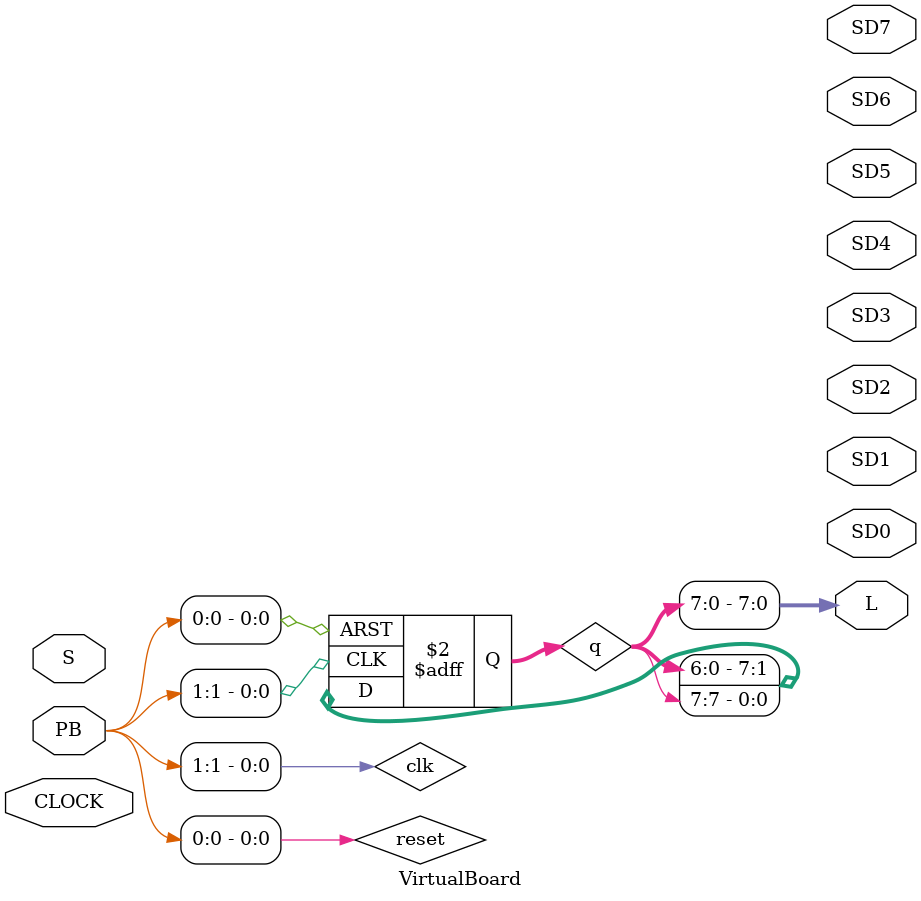
<source format=sv>
`default_nettype none 
module VirtualBoard (
    input  wire   CLOCK,      // 10 MHz Input Clock 
    input  wire  [19:0] PB,   // 20 Push Buttons, logical 1 when pressed
    input  wire  [35:0] S,    // 36 Switches
    output logic [35:0] L,    // 36 LEDs, drive logical 1 to light up
    output logic  [7:0] SD7,  // 8 common anode Seven-segment Display
    output logic  [7:0] SD6,
    output logic  [7:0] SD5,
    output logic  [7:0] SD4,
    output logic  [7:0] SD3,
    output logic  [7:0] SD2,
    output logic  [7:0] SD1,
    output logic  [7:0] SD0
); 

/** The input port is replaced with an internal signal **/
wire reset = PB[0];
wire clk   = PB[1];

/************* The logic of this experiment *************/
logic [7:0]q;
always @ (posedge clk or posedge reset)
	if (reset)
		q <= 1;
	else
		q <= {q[6:0], q[7]};

/****** Internal signal assignment to output port *******/
assign L[7:0] = q[7:0];

endmodule

</source>
